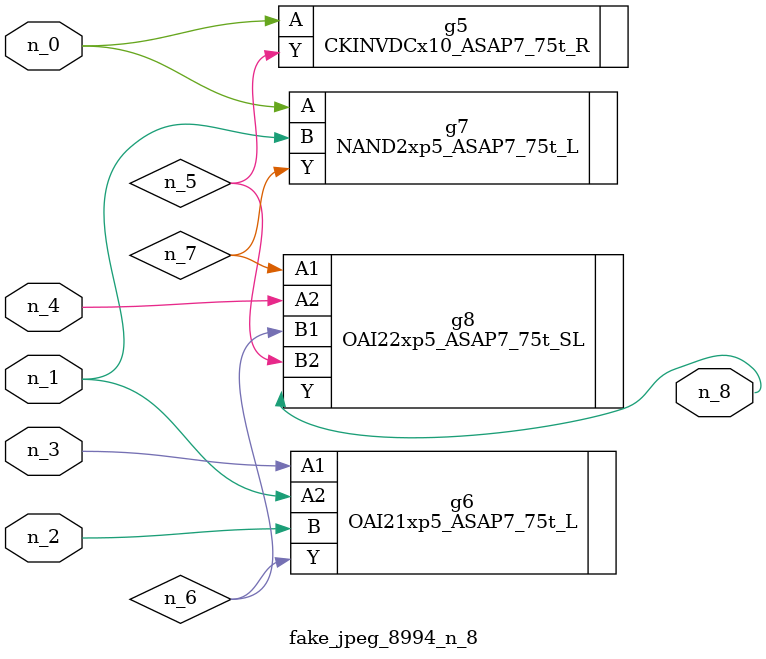
<source format=v>
module fake_jpeg_8994_n_8 (n_3, n_2, n_1, n_0, n_4, n_8);

input n_3;
input n_2;
input n_1;
input n_0;
input n_4;

output n_8;

wire n_6;
wire n_5;
wire n_7;

CKINVDCx10_ASAP7_75t_R g5 ( 
.A(n_0),
.Y(n_5)
);

OAI21xp5_ASAP7_75t_L g6 ( 
.A1(n_3),
.A2(n_1),
.B(n_2),
.Y(n_6)
);

NAND2xp5_ASAP7_75t_L g7 ( 
.A(n_0),
.B(n_1),
.Y(n_7)
);

OAI22xp5_ASAP7_75t_SL g8 ( 
.A1(n_7),
.A2(n_4),
.B1(n_6),
.B2(n_5),
.Y(n_8)
);


endmodule
</source>
